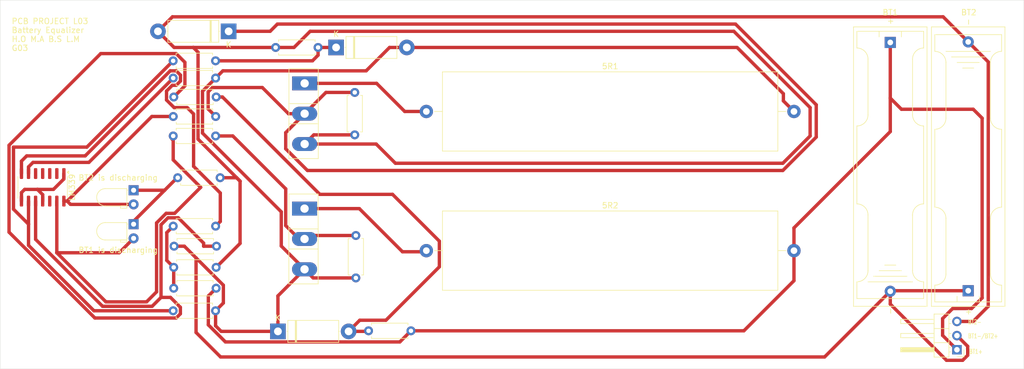
<source format=kicad_pcb>
(kicad_pcb (version 20240108) (generator "pcbnew") (generator_version "8.0")
  (layers (0 "F.Cu" signal) (31 "B.Cu" signal) (34 "B.Paste" user) (35 "F.Paste" user) (36 "B.SilkS" user "B.Silkscreen") (37 "F.SilkS" user "F.Silkscreen") (38 "B.Mask" user) (39 "F.Mask" user) (44 "Edge.Cuts" user))
  (net 0 "")
  (net 1 "Net-(BT1--)")
  (net 2 "Net-(Q1-D)")
  (net 3 "Net-(BT1-+)")
  (net 4 "Net-(Q2-D)")
  (net 5 "GND")
  (net 6 "Net-(D1-K)")
  (net 7 "Net-(D2-A)")
  (net 8 "Net-(D3-K)")
  (net 9 "Net-(D5-A)")
  (net 10 "Net-(U1A--)")
  (net 11 "Net-(U3A-+)")
  (net 12 "Net-(U2A-+)")
  (net 13 "Net-(U2A--)")
  (net 14 "Net-(D4-A)")
  (net 15 "Net-(Q2-G)")
  (net 17 "Net-(LM339-Pad1)")
  (net 22 "Net-(R1-Pad1)")
  (net 23 "Net-(D4-K)")
  (footprint "Resistor_THT:R_Axial_DIN0207_L6.3mm_D2.5mm_P7.62mm_Horizontal" (layer "F.Cu") (at 116.48 87)
    (property "Reference" "R9" (hide yes))
    (property "Value" "100k")
    (pad "1" thru_hole circle (at 0 0) (size 1.6 1.6) (drill 0.8) (layers "*.Cu" "*.Mask") (net 7 "Net-(D2-A)"))
    (pad "2" thru_hole oval (at 7.62 0) (size 1.6 1.6) (drill 0.8) (layers "*.Cu" "*.Mask") (net 3 "Net-(BT1-+)"))
  )
  (footprint "Resistor_THT:R_Axial_Power_L60.0mm_W14.0mm_P66.04mm" (layer "F.Cu") (at 126.86 72.6)
    (property "Reference" "5R2" (at 33.02 -8.12 0) (layer "F.SilkS"))
    (property "Value" "50W")
    (pad "1" thru_hole circle (at 0 0) (size 2.4 2.4) (drill 1.2) (layers "*.Cu" "*.Mask") (net 4 "Net-(Q2-D)"))
    (pad "2" thru_hole oval (at 66.04 0) (size 2.4 2.4) (drill 1.2) (layers "*.Cu" "*.Mask") (net 3 "Net-(BT1-+)"))
  )
  (footprint "Resistor_THT:R_Axial_DIN0207_L6.3mm_D2.5mm_P7.62mm_Horizontal" (layer "F.Cu") (at 114 51.8 90)
    (property "Reference" "R5" (hide yes))
    (property "Value" "1M")
    (pad "1" thru_hole circle (at 0 0 90) (size 1.6 1.6) (drill 0.8) (layers "*.Cu" "*.Mask") (net 5 "GND"))
    (pad "2" thru_hole oval (at 7.62 0 90) (size 1.6 1.6) (drill 0.8) (layers "*.Cu" "*.Mask") (net 6 "Net-(D1-K)"))
  )
  (footprint "Battery:BatteryHolder_Keystone_2466_1xAAA" (layer "F.Cu") (at 224.2 79.8 90)
    (property "Reference" "BT2" (at 50 0.1 0) (layer "F.SilkS"))
    (property "Value" "Battery_Cell")
    (fp_text user "+" (at -3.81 0 -90) (layer "F.SilkS"))
    (fp_text user "-" (at 48.26 0 -90) (layer "F.SilkS"))
    (pad "1" thru_hole rect (at 0 0 90) (size 2 2) (drill 1.02) (layers "*.Cu" "*.Mask") (net 1 "Net-(BT1--)"))
    (pad "2" thru_hole circle (at 44.7 0 90) (size 2 2) (drill 1.02) (layers "*.Cu" "*.Mask") (net 5 "GND"))
  )
  (footprint "LED_THT:LED_D3.0mm_Horizontal_O1.27mm_Z2.0mm" (layer "F.Cu") (at 74.275 61.75 -90)
    (property "Reference" "BT2 is discharging" (at -2.25 2.775 180) (layer "F.SilkS"))
    (property "Value" "LED")
    (pad "1" thru_hole rect (at 0 0 270) (size 1.8 1.8) (drill 0.9) (layers "*.Cu" "*.Mask") (net 23 "Net-(D4-K)"))
    (pad "2" thru_hole circle (at 2.54 0 270) (size 1.8 1.8) (drill 0.9) (layers "*.Cu" "*.Mask") (net 14 "Net-(D4-A)"))
  )
  (footprint "Resistor_THT:R_Axial_DIN0207_L6.3mm_D2.5mm_P7.62mm_Horizontal" (layer "F.Cu") (at 81.38 83.4)
    (property "Reference" "R8" (hide yes))
    (property "Value" "51")
    (pad "1" thru_hole circle (at 0 0) (size 1.6 1.6) (drill 0.8) (layers "*.Cu" "*.Mask") (net 11 "Net-(U3A-+)"))
    (pad "2" thru_hole oval (at 7.62 0) (size 1.6 1.6) (drill 0.8) (layers "*.Cu" "*.Mask") (net 1 "Net-(BT1--)"))
  )
  (footprint "Resistor_THT:R_Axial_Power_L60.0mm_W14.0mm_P66.04mm" (layer "F.Cu") (at 126.86 47.6)
    (property "Reference" "5R1" (at 33.02 -8.12 0) (layer "F.SilkS"))
    (property "Value" "50W")
    (pad "1" thru_hole circle (at 0 0) (size 2.4 2.4) (drill 1.2) (layers "*.Cu" "*.Mask") (net 2 "Net-(Q1-D)"))
    (pad "2" thru_hole oval (at 66.04 0) (size 2.4 2.4) (drill 1.2) (layers "*.Cu" "*.Mask") (net 1 "Net-(BT1--)"))
  )
  (footprint "LED_THT:LED_D3.0mm_Horizontal_O1.27mm_Z2.0mm" (layer "F.Cu") (at 74.275 67.85 -90)
    (property "Reference" "BT1 is discharging" (at 4.65 2.775 180) (layer "F.SilkS"))
    (property "Value" "LED")
    (pad "1" thru_hole rect (at 0 0 270) (size 1.8 1.8) (drill 0.9) (layers "*.Cu" "*.Mask") (net 23 "Net-(D4-K)"))
    (pad "2" thru_hole circle (at 2.54 0 270) (size 1.8 1.8) (drill 0.9) (layers "*.Cu" "*.Mask") (net 9 "Net-(D5-A)"))
  )
  (footprint "Resistor_THT:R_Axial_DIN0207_L6.3mm_D2.5mm_P7.62mm_Horizontal" (layer "F.Cu") (at 81.4 48.5)
    (property "Reference" "R15" (hide yes))
    (property "Value" "10k")
    (pad "1" thru_hole circle (at 0 0) (size 1.6 1.6) (drill 0.8) (layers "*.Cu" "*.Mask") (net 14 "Net-(D4-A)"))
    (pad "2" thru_hole oval (at 7.62 0) (size 1.6 1.6) (drill 0.8) (layers "*.Cu" "*.Mask") (net 6 "Net-(D1-K)"))
  )
  (footprint "Resistor_THT:R_Axial_DIN0207_L6.3mm_D2.5mm_P7.62mm_Horizontal" (layer "F.Cu") (at 82.2 59.5)
    (property "Reference" "R3" (hide yes))
    (property "Value" "10k")
    (pad "1" thru_hole circle (at 0 0) (size 1.6 1.6) (drill 0.8) (layers "*.Cu" "*.Mask") (net 23 "Net-(D4-K)"))
    (pad "2" thru_hole oval (at 7.62 0) (size 1.6 1.6) (drill 0.8) (layers "*.Cu" "*.Mask") (net 5 "GND"))
  )
  (footprint "Resistor_THT:R_Axial_DIN0207_L6.3mm_D2.5mm_P7.62mm_Horizontal" (layer "F.Cu") (at 89.1 75.6 180)
    (property "Reference" "R2" (hide yes))
    (property "Value" "20k")
    (pad "1" thru_hole circle (at 0 0 180) (size 1.6 1.6) (drill 0.8) (layers "*.Cu" "*.Mask") (net 5 "GND"))
    (pad "2" thru_hole oval (at 7.62 0 180) (size 1.6 1.6) (drill 0.8) (layers "*.Cu" "*.Mask") (net 22 "Net-(R1-Pad1)"))
  )
  (footprint "Resistor_THT:R_Axial_DIN0207_L6.3mm_D2.5mm_P7.62mm_Horizontal" (layer "F.Cu") (at 89.01 68.2 180)
    (property "Reference" "R13" (hide yes))
    (property "Value" "10k")
    (pad "1" thru_hole circle (at 0 0 180) (size 1.6 1.6) (drill 0.8) (layers "*.Cu" "*.Mask") (net 12 "Net-(U2A-+)"))
    (pad "2" thru_hole oval (at 7.62 0 180) (size 1.6 1.6) (drill 0.8) (layers "*.Cu" "*.Mask") (net 22 "Net-(R1-Pad1)"))
  )
  (footprint "Package_SO:SOIC-14_3.9x8.7mm_P1.27mm" (layer "F.Cu") (at 57.94 61.225 -90)
    (property "Reference" "LM339" (at 0 -5.28 90) (layer "F.SilkS"))
    (property "Value" "~")
    (pad "1" smd roundrect (at -2.475 -3.81 270) (size 1.95 0.6) (layers "F.Cu" "F.Paste" "F.Mask") (net 17 "Net-(LM339-Pad1)"))
    (pad "2" smd roundrect (at -2.475 -2.54 270) (size 1.95 0.6) (layers "F.Cu" "F.Paste" "F.Mask"))
    (pad "3" smd roundrect (at -2.475 -1.27 270) (size 1.95 0.6) (layers "F.Cu" "F.Paste" "F.Mask"))
    (pad "4" smd roundrect (at -2.475 0 270) (size 1.95 0.6) (layers "F.Cu" "F.Paste" "F.Mask"))
    (pad "5" smd roundrect (at -2.475 1.27 270) (size 1.95 0.6) (layers "F.Cu" "F.Paste" "F.Mask"))
    (pad "6" smd roundrect (at -2.475 2.54 270) (size 1.95 0.6) (layers "F.Cu" "F.Paste" "F.Mask") (net 13 "Net-(U2A--)"))
    (pad "7" smd roundrect (at -2.475 3.81 270) (size 1.95 0.6) (layers "F.Cu" "F.Paste" "F.Mask") (net 12 "Net-(U2A-+)"))
    (pad "8" smd roundrect (at 2.475 3.81 270) (size 1.95 0.6) (layers "F.Cu" "F.Paste" "F.Mask") (net 17 "Net-(LM339-Pad1)"))
    (pad "9" smd roundrect (at 2.475 2.54 270) (size 1.95 0.6) (layers "F.Cu" "F.Paste" "F.Mask") (net 11 "Net-(U3A-+)"))
    (pad "10" smd roundrect (at 2.475 1.27 270) (size 1.95 0.6) (layers "F.Cu" "F.Paste" "F.Mask") (net 10 "Net-(U1A--)"))
    (pad "11" smd roundrect (at 2.475 0 270) (size 1.95 0.6) (layers "F.Cu" "F.Paste" "F.Mask") (net 17 "Net-(LM339-Pad1)"))
    (pad "12" smd roundrect (at 2.475 -1.27 270) (size 1.95 0.6) (layers "F.Cu" "F.Paste" "F.Mask"))
    (pad "13" smd roundrect (at 2.475 -2.54 270) (size 1.95 0.6) (layers "F.Cu" "F.Paste" "F.Mask") (net 9 "Net-(D5-A)"))
    (pad "14" smd roundrect (at 2.475 -3.81 270) (size 1.95 0.6) (layers "F.Cu" "F.Paste" "F.Mask") (net 14 "Net-(D4-A)"))
  )
  (footprint "Diode_THT:D_5W_P12.70mm_Horizontal" (layer "F.Cu") (at 91.35 33.2 180)
    (property "Reference" "D1" (hide yes))
    (property "Value" "D_Schottky")
    (fp_text user "K" (at 0 -2.4 180) (layer "F.SilkS"))
    (pad "1" thru_hole rect (at 0 0 180) (size 2.8 2.8) (drill 1.4) (layers "*.Cu" "*.Mask") (net 6 "Net-(D1-K)"))
    (pad "2" thru_hole oval (at 12.7 0 180) (size 2.8 2.8) (drill 1.4) (layers "*.Cu" "*.Mask") (net 5 "GND"))
  )
  (footprint "Package_TO_SOT_THT:TO-247-3_Vertical" (layer "F.Cu") (at 104.98 65.05 -90)
    (property "Reference" "Q2" (hide yes))
    (property "Value" "NMOS")
    (pad "1" thru_hole rect (at 0 0 270) (size 2.5 4.5) (drill 1.5) (layers "*.Cu" "*.Mask") (net 4 "Net-(Q2-D)"))
    (pad "2" thru_hole oval (at 5.45 0 270) (size 2.5 4.5) (drill 1.5) (layers "*.Cu" "*.Mask") (net 15 "Net-(Q2-G)"))
    (pad "3" thru_hole oval (at 10.9 0 270) (size 2.5 4.5) (drill 1.5) (layers "*.Cu" "*.Mask") (net 1 "Net-(BT1--)"))
  )
  (footprint "Connector_PinHeader_2.54mm:PinHeader_1x03_P2.54mm_Horizontal" (layer "F.Cu") (at 222.175 90.4 180)
    (property "Reference" "J1" (hide yes))
    (property "Value" "Conn_01x03_Pin" (hide yes))
    (pad "1" thru_hole rect (at 0 0 180) (size 1.7 1.7) (drill 1) (layers "*.Cu" "*.Mask") (net 3 "Net-(BT1-+)"))
    (pad "2" thru_hole oval (at 0 2.54 180) (size 1.7 1.7) (drill 1) (layers "*.Cu" "*.Mask") (net 1 "Net-(BT1--)"))
    (pad "3" thru_hole oval (at 0 5.08 180) (size 1.7 1.7) (drill 1) (layers "*.Cu" "*.Mask") (net 5 "GND"))
  )
  (footprint "Resistor_THT:R_Axial_DIN0207_L6.3mm_D2.5mm_P7.62mm_Horizontal" (layer "F.Cu") (at 81.49 45)
    (property "Reference" "R7" (hide yes))
    (property "Value" "31k")
    (pad "1" thru_hole circle (at 0 0) (size 1.6 1.6) (drill 0.8) (layers "*.Cu" "*.Mask") (net 10 "Net-(U1A--)"))
    (pad "2" thru_hole oval (at 7.62 0) (size 1.6 1.6) (drill 0.8) (layers "*.Cu" "*.Mask") (net 7 "Net-(D2-A)"))
  )
  (footprint "Resistor_THT:R_Axial_DIN0207_L6.3mm_D2.5mm_P7.62mm_Horizontal" (layer "F.Cu") (at 81.54 71.8)
    (property "Reference" "R11" (hide yes))
    (property "Value" "51")
    (pad "1" thru_hole circle (at 0 0) (size 1.6 1.6) (drill 0.8) (layers "*.Cu" "*.Mask") (net 1 "Net-(BT1--)"))
    (pad "2" thru_hole oval (at 7.62 0) (size 1.6 1.6) (drill 0.8) (layers "*.Cu" "*.Mask") (net 10 "Net-(U1A--)"))
  )
  (footprint "Resistor_THT:R_Axial_DIN0207_L6.3mm_D2.5mm_P7.62mm_Horizontal" (layer "F.Cu") (at 81.39 41.6)
    (property "Reference" "R14" (hide yes))
    (property "Value" "10k")
    (pad "1" thru_hole circle (at 0 0) (size 1.6 1.6) (drill 0.8) (layers "*.Cu" "*.Mask") (net 13 "Net-(U2A--)"))
    (pad "2" thru_hole oval (at 7.62 0) (size 1.6 1.6) (drill 0.8) (layers "*.Cu" "*.Mask") (net 1 "Net-(BT1--)"))
  )
  (footprint "Resistor_THT:R_Axial_DIN0207_L6.3mm_D2.5mm_P7.62mm_Horizontal" (layer "F.Cu") (at 89 38.5 180)
    (property "Reference" "R12" (hide yes))
    (property "Value" "31k")
    (pad "1" thru_hole circle (at 0 0 180) (size 1.6 1.6) (drill 0.8) (layers "*.Cu" "*.Mask") (net 8 "Net-(D3-K)"))
    (pad "2" thru_hole oval (at 7.62 0 180) (size 1.6 1.6) (drill 0.8) (layers "*.Cu" "*.Mask") (net 11 "Net-(U3A-+)"))
  )
  (footprint "Diode_THT:D_5W_P12.70mm_Horizontal" (layer "F.Cu") (at 110.65 36.1)
    (property "Reference" "D3" (hide yes))
    (property "Value" "D")
    (fp_text user "K" (at 0 -2.4 0) (layer "F.SilkS"))
    (pad "1" thru_hole rect (at 0 0) (size 2.8 2.8) (drill 1.4) (layers "*.Cu" "*.Mask") (net 8 "Net-(D3-K)"))
    (pad "2" thru_hole oval (at 12.7 0) (size 2.8 2.8) (drill 1.4) (layers "*.Cu" "*.Mask") (net 1 "Net-(BT1--)"))
  )
  (footprint "Resistor_THT:R_Axial_DIN0207_L6.3mm_D2.5mm_P7.62mm_Horizontal" (layer "F.Cu") (at 81.48 79.35)
    (property "Reference" "R1" (hide yes))
    (property "Value" "20k")
    (pad "1" thru_hole circle (at 0 0) (size 1.6 1.6) (drill 0.8) (layers "*.Cu" "*.Mask") (net 22 "Net-(R1-Pad1)"))
    (pad "2" thru_hole oval (at 7.62 0) (size 1.6 1.6) (drill 0.8) (layers "*.Cu" "*.Mask") (net 3 "Net-(BT1-+)"))
  )
  (footprint "Diode_THT:D_5W_P12.70mm_Horizontal" (layer "F.Cu") (at 100.2 87.1)
    (property "Reference" "D2" (hide yes))
    (property "Value" "D")
    (fp_text user "K" (at 0 -2.4 0) (layer "F.SilkS"))
    (pad "1" thru_hole rect (at 0 0) (size 2.8 2.8) (drill 1.4) (layers "*.Cu" "*.Mask") (net 1 "Net-(BT1--)"))
    (pad "2" thru_hole oval (at 12.7 0) (size 2.8 2.8) (drill 1.4) (layers "*.Cu" "*.Mask") (net 7 "Net-(D2-A)"))
  )
  (footprint "Resistor_THT:R_Axial_DIN0207_L6.3mm_D2.5mm_P7.62mm_Horizontal" (layer "F.Cu") (at 99.79 36.1)
    (property "Reference" "R10" (hide yes))
    (property "Value" "100k")
    (pad "1" thru_hole circle (at 0 0) (size 1.6 1.6) (drill 0.8) (layers "*.Cu" "*.Mask") (net 5 "GND"))
    (pad "2" thru_hole oval (at 7.62 0) (size 1.6 1.6) (drill 0.8) (layers "*.Cu" "*.Mask") (net 8 "Net-(D3-K)"))
  )
  (footprint "Resistor_THT:R_Axial_DIN0207_L6.3mm_D2.5mm_P7.62mm_Horizontal" (layer "F.Cu") (at 81.39 52)
    (property "Reference" "R6" (hide yes))
    (property "Value" "10k")
    (pad "1" thru_hole circle (at 0 0) (size 1.6 1.6) (drill 0.8) (layers "*.Cu" "*.Mask") (net 9 "Net-(D5-A)"))
    (pad "2" thru_hole oval (at 7.62 0) (size 1.6 1.6) (drill 0.8) (layers "*.Cu" "*.Mask") (net 15 "Net-(Q2-G)"))
  )
  (footprint "Resistor_THT:R_Axial_DIN0207_L6.3mm_D2.5mm_P7.62mm_Horizontal" (layer "F.Cu") (at 114.2 77.5 90)
    (property "Reference" "R4" (hide yes))
    (property "Value" "1M")
    (pad "1" thru_hole circle (at 0 0 90) (size 1.6 1.6) (drill 0.8) (layers "*.Cu" "*.Mask") (net 1 "Net-(BT1--)"))
    (pad "2" thru_hole oval (at 7.62 0 90) (size 1.6 1.6) (drill 0.8) (layers "*.Cu" "*.Mask") (net 15 "Net-(Q2-G)"))
  )
  (footprint "Battery:BatteryHolder_Keystone_2466_1xAAA" (layer "F.Cu") (at 210.2 35.2 -90)
    (property "Reference" "BT1" (at -5.4 0 180) (layer "F.SilkS"))
    (property "Value" "Battery_Cell")
    (fp_text user "-" (at 48.26 0 90) (layer "F.SilkS"))
    (fp_text user "+" (at -3.81 0 90) (layer "F.SilkS"))
    (pad "1" thru_hole rect (at 0 0 270) (size 2 2) (drill 1.02) (layers "*.Cu" "*.Mask") (net 3 "Net-(BT1-+)"))
    (pad "2" thru_hole circle (at 44.7 0 270) (size 2 2) (drill 1.02) (layers "*.Cu" "*.Mask") (net 1 "Net-(BT1--)"))
  )
  (footprint "Package_TO_SOT_THT:TO-247-3_Vertical" (layer "F.Cu") (at 105 42.55 -90)
    (property "Reference" "Q1" (hide yes))
    (property "Value" "NMOS")
    (pad "1" thru_hole rect (at 0 0 270) (size 2.5 4.5) (drill 1.5) (layers "*.Cu" "*.Mask") (net 2 "Net-(Q1-D)"))
    (pad "2" thru_hole oval (at 5.45 0 270) (size 2.5 4.5) (drill 1.5) (layers "*.Cu" "*.Mask") (net 6 "Net-(D1-K)"))
    (pad "3" thru_hole oval (at 10.9 0 270) (size 2.5 4.5) (drill 1.5) (layers "*.Cu" "*.Mask") (net 5 "GND"))
  )
  (gr_rect (start 50.3 27.6) (end 234.2 93.8) (stroke (width 0.05)) (fill none) (layer "Edge.Cuts"))
  (gr_text "BT1-/BT2+\n\n" (at 224.1 89.7 0) (layer "F.SilkS") (effects (font (size 0.8 0.6) (thickness 0.125)) (justify left bottom)))
  (gr_text "BT2-" (at 224.1 85.9 0) (layer "F.SilkS") (effects (font (size 0.8 0.6) (thickness 0.125)) (justify left bottom)))
  (gr_text "BT1+\n" (at 224.3 91.2 0) (layer "F.SilkS") (effects (font (size 0.8 0.6) (thickness 0.125)) (justify left bottom)))
  (gr_text "PCB PROJECT L03\nBattery Equalizer\nH.O M.A B.S L.M\nG03\n" (at 52.3 36.8 0) (layer "F.SilkS") (effects (font (size 1 1)) (justify left bottom)))
  (segment (start 89.9 91.7) (end 198.4 91.7) (width 0.6) (layer "F.Cu") (net 1))
  (segment (start 222.175 87.86) (end 224.1 89.785) (width 0.6) (layer "F.Cu") (net 1))
  (segment (start 85.494239 87.294239) (end 89.9 91.7) (width 0.6) (layer "F.Cu") (net 1))
  (segment (start 90.4 78.811522) (end 90.4 82) (width 0.6) (layer "F.Cu") (net 1))
  (segment (start 85.494239 73.905761) (end 85.494239 87.294239) (width 0.6) (layer "F.Cu") (net 1))
  (segment (start 90.4 82) (end 89 83.4) (width 0.6) (layer "F.Cu") (net 1))
  (segment (start 114.2 77.5) (end 106.53 77.5) (width 0.6) (layer "F.Cu") (net 1))
  (segment (start 100.2 80.73) (end 104.98 75.95) (width 0.6) (layer "F.Cu") (net 1))
  (segment (start 89.01 41.6) (end 90.31 40.3) (width 0.6) (layer "F.Cu") (net 1))
  (segment (start 120.25 36.1) (end 123.35 36.1) (width 0.6) (layer "F.Cu") (net 1))
  (segment (start 210.2 82.2) (end 210.2 79.9) (width 0.6) (layer "F.Cu") (net 1))
  (segment (start 90.31 40.3) (end 116.05 40.3) (width 0.6) (layer "F.Cu") (net 1))
  (segment (start 182.785 36.2) (end 191 44.415) (width 0.6) (layer "F.Cu") (net 1))
  (segment (start 100.8 71.77) (end 100.8 65.628478) (width 0.6) (layer "F.Cu") (net 1))
  (segment (start 224.1 91.4) (end 223.2 92.3) (width 0.6) (layer "F.Cu") (net 1))
  (segment (start 224.1 89.785) (end 224.1 91.4) (width 0.6) (layer "F.Cu") (net 1))
  (segment (start 90 87.1) (end 100.2 87.1) (width 0.6) (layer "F.Cu") (net 1))
  (segment (start 85.494239 73.905761) (end 90.4 78.811522) (width 0.6) (layer "F.Cu") (net 1))
  (segment (start 89 83.4) (end 89 86.1) (width 0.6) (layer "F.Cu") (net 1))
  (segment (start 83.388478 71.8) (end 85.494239 73.905761) (width 0.6) (layer "F.Cu") (net 1))
  (segment (start 191 45.7) (end 192.9 47.6) (width 0.6) (layer "F.Cu") (net 1))
  (segment (start 116.05 40.3) (end 120.25 36.1) (width 0.6) (layer "F.Cu") (net 1))
  (segment (start 106.53 77.5) (end 104.98 75.95) (width 0.6) (layer "F.Cu") (net 1))
  (segment (start 100.8 65.628478) (end 86.65 51.478478) (width 0.6) (layer "F.Cu") (net 1))
  (segment (start 81.54 71.8) (end 83.388478 71.8) (width 0.6) (layer "F.Cu") (net 1))
  (segment (start 123.285 36.1) (end 182.685 36.1) (width 0.6) (layer "F.Cu") (net 1))
  (segment (start 86.65 51.478478) (end 86.65 43.96) (width 0.6) (layer "F.Cu") (net 1))
  (segment (start 100.2 87.1) (end 100.2 80.73) (width 0.6) (layer "F.Cu") (net 1))
  (segment (start 104.98 75.95) (end 100.8 71.77) (width 0.6) (layer "F.Cu") (net 1))
  (segment (start 220.3 92.3) (end 210.2 82.2) (width 0.6) (layer "F.Cu") (net 1))
  (segment (start 210.3 79.8) (end 210.2 79.9) (width 0.6) (layer "F.Cu") (net 1))
  (segment (start 86.65 43.96) (end 89.01 41.6) (width 0.6) (layer "F.Cu") (net 1))
  (segment (start 89 86.1) (end 90 87.1) (width 0.6) (layer "F.Cu") (net 1))
  (segment (start 223.2 92.3) (end 220.3 92.3) (width 0.6) (layer "F.Cu") (net 1))
  (segment (start 198.4 91.7) (end 210.2 79.9) (width 0.6) (layer "F.Cu") (net 1))
  (segment (start 123.085 36.3) (end 123.285 36.1) (width 0.6) (layer "F.Cu") (net 1))
  (segment (start 224.2 79.8) (end 210.3 79.8) (width 0.6) (layer "F.Cu") (net 1))
  (segment (start 191 44.415) (end 191 45.7) (width 0.6) (layer "F.Cu") (net 1))
  (segment (start 122.975 47.6) (end 117.925 42.55) (width 0.6) (layer "F.Cu") (net 2))
  (segment (start 126.86 47.6) (end 122.975 47.6) (width 0.6) (layer "F.Cu") (net 2))
  (segment (start 117.925 42.55) (end 105 42.55) (width 0.6) (layer "F.Cu") (net 2))
  (segment (start 225.1 47.2) (end 226.7 48.8) (width 0.6) (layer "F.Cu") (net 3))
  (segment (start 183.9 87) (end 192.9 78) (width 0.6) (layer "F.Cu") (net 3))
  (segment (start 90.768629 89) (end 122.1 89) (width 0.6) (layer "F.Cu") (net 3))
  (segment (start 212.2 47.2) (end 225.1 47.2) (width 0.6) (layer "F.Cu") (net 3))
  (segment (start 89.1 79.35) (end 87.7 80.75) (width 0.6) (layer "F.Cu") (net 3))
  (segment (start 224.8 83) (end 221.4 83) (width 0.6) (layer "F.Cu") (net 3))
  (segment (start 226.7 48.8) (end 226.7 81.1) (width 0.6) (layer "F.Cu") (net 3))
  (segment (start 192.9 68.515) (end 210.2 51.215) (width 0.6) (layer "F.Cu") (net 3))
  (segment (start 87.7 85.931371) (end 90.768629 89) (width 0.6) (layer "F.Cu") (net 3))
  (segment (start 210.2 45.2) (end 212.2 47.2) (width 0.6) (layer "F.Cu") (net 3))
  (segment (start 219.6 84.8) (end 219.6 87.825) (width 0.6) (layer "F.Cu") (net 3))
  (segment (start 210.2 45.2) (end 210.2 35.2) (width 0.6) (layer "F.Cu") (net 3))
  (segment (start 221.4 83) (end 219.6 84.8) (width 0.6) (layer "F.Cu") (net 3))
  (segment (start 87.7 80.75) (end 87.7 85.931371) (width 0.6) (layer "F.Cu") (net 3))
  (segment (start 226.7 81.1) (end 224.8 83) (width 0.6) (layer "F.Cu") (net 3))
  (segment (start 219.6 87.825) (end 222.175 90.4) (width 0.6) (layer "F.Cu") (net 3))
  (segment (start 122.1 89) (end 124.1 87) (width 0.6) (layer "F.Cu") (net 3))
  (segment (start 124.1 87) (end 183.9 87) (width 0.6) (layer "F.Cu") (net 3))
  (segment (start 192.9 78) (end 192.9 68.515) (width 0.6) (layer "F.Cu") (net 3))
  (segment (start 210.2 51.215) (end 210.2 45.2) (width 0.6) (layer "F.Cu") (net 3))
  (segment (start 122.575 72.8) (end 126.66 72.8) (width 0.6) (layer "F.Cu") (net 4))
  (segment (start 114.825 65.05) (end 122.575 72.8) (width 0.6) (layer "F.Cu") (net 4))
  (segment (start 126.66 72.8) (end 126.86 72.6) (width 0.6) (layer "F.Cu") (net 4))
  (segment (start 104.98 65.05) (end 114.825 65.05) (width 0.6) (layer "F.Cu") (net 4))
  (segment (start 190.9 56.9) (end 195.8 52) (width 0.6) (layer "F.Cu") (net 5))
  (segment (start 195.8 46.9) (end 182.1 33.2) (width 0.6) (layer "F.Cu") (net 5))
  (segment (start 99.79 36.1) (end 85 36.1) (width 0.6) (layer "F.Cu") (net 5))
  (segment (start 85.85 52.566606) (end 85.85 36.95) (width 0.6) (layer "F.Cu") (net 5))
  (segment (start 93.4 71.3) (end 89.1 75.6) (width 0.6) (layer "F.Cu") (net 5))
  (segment (start 227.8 82.6) (end 225.08 85.32) (width 0.6) (layer "F.Cu") (net 5))
  (segment (start 85.85 36.95) (end 85 36.1) (width 0.6) (layer "F.Cu") (net 5))
  (segment (start 103.09 36.1) (end 99.79 36.1) (width 0.6) (layer "F.Cu") (net 5))
  (segment (start 105 53.45) (end 117.85 53.45) (width 0.6) (layer "F.Cu") (net 5))
  (segment (start 114 51.8) (end 106.65 51.8) (width 0.6) (layer "F.Cu") (net 5))
  (segment (start 93.4 60.116606) (end 93.4 71.3) (width 0.6) (layer "F.Cu") (net 5))
  (segment (start 106.65 51.8) (end 105 53.45) (width 0.6) (layer "F.Cu") (net 5))
  (segment (start 81.55 36.1) (end 78.65 33.2) (width 0.6) (layer "F.Cu") (net 5))
  (segment (start 81.25 30.6) (end 219.7 30.6) (width 0.6) (layer "F.Cu") (net 5))
  (segment (start 92.783394 59.5) (end 93.4 60.116606) (width 0.6) (layer "F.Cu") (net 5))
  (segment (start 225.08 85.32) (end 222.175 85.32) (width 0.6) (layer "F.Cu") (net 5))
  (segment (start 219.7 30.6) (end 224.2 35.1) (width 0.6) (layer "F.Cu") (net 5))
  (segment (start 78.65 33.2) (end 81.25 30.6) (width 0.6) (layer "F.Cu") (net 5))
  (segment (start 89.82 59.5) (end 92.783394 59.5) (width 0.6) (layer "F.Cu") (net 5))
  (segment (start 182.1 33.2) (end 105.99 33.2) (width 0.6) (layer "F.Cu") (net 5))
  (segment (start 85 36.1) (end 81.55 36.1) (width 0.6) (layer "F.Cu") (net 5))
  (segment (start 93.4 60.116606) (end 85.85 52.566606) (width 0.6) (layer "F.Cu") (net 5))
  (segment (start 227.8 38.7) (end 227.8 82.6) (width 0.6) (layer "F.Cu") (net 5))
  (segment (start 105.99 33.2) (end 103.09 36.1) (width 0.6) (layer "F.Cu") (net 5))
  (segment (start 195.8 52) (end 195.8 46.9) (width 0.6) (layer "F.Cu") (net 5))
  (segment (start 121.3 56.9) (end 190.9 56.9) (width 0.6) (layer "F.Cu") (net 5))
  (segment (start 117.85 53.45) (end 121.3 56.9) (width 0.6) (layer "F.Cu") (net 5))
  (segment (start 224.2 35.1) (end 227.8 38.7) (width 0.6) (layer "F.Cu") (net 5))
  (segment (start 108.82 44.18) (end 105 48) (width 0.6) (layer "F.Cu") (net 6))
  (segment (start 101.6 51.4) (end 101.6 54.3) (width 0.6) (layer "F.Cu") (net 6))
  (segment (start 88.44137 43.3) (end 97.4 43.3) (width 0.6) (layer "F.Cu") (net 6))
  (segment (start 89.02 48.5) (end 87.670685 47.150685) (width 0.6) (layer "F.Cu") (net 6))
  (segment (start 105.5 58.2) (end 190.9 58.2) (width 0.6) (layer "F.Cu") (net 6))
  (segment (start 87.670685 44.070685) (end 88.44137 43.3) (width 0.6) (layer "F.Cu") (net 6))
  (segment (start 114 44.18) (end 108.82 44.18) (width 0.6) (layer "F.Cu") (net 6))
  (segment (start 87.670685 47.150685) (end 87.670685 44.070685) (width 0.6) (layer "F.Cu") (net 6))
  (segment (start 105 48) (end 101.6 51.4) (width 0.6) (layer "F.Cu") (net 6))
  (segment (start 190.9 58.2) (end 196.9 52.2) (width 0.6) (layer "F.Cu") (net 6))
  (segment (start 97.4 43.3) (end 102.1 48) (width 0.6) (layer "F.Cu") (net 6))
  (segment (start 98.8 33.2) (end 91.35 33.2) (width 0.6) (layer "F.Cu") (net 6))
  (segment (start 100.1 31.9) (end 98.8 33.2) (width 0.6) (layer "F.Cu") (net 6))
  (segment (start 182.4 31.9) (end 100.1 31.9) (width 0.6) (layer "F.Cu") (net 6))
  (segment (start 196.9 46.4) (end 182.4 31.9) (width 0.6) (layer "F.Cu") (net 6))
  (segment (start 102.1 48) (end 105 48) (width 0.6) (layer "F.Cu") (net 6))
  (segment (start 101.6 54.3) (end 105.5 58.2) (width 0.6) (layer "F.Cu") (net 6))
  (segment (start 196.9 52.2) (end 196.9 46.4) (width 0.6) (layer "F.Cu") (net 6))
  (segment (start 90.24137 45) (end 107.73 62.48863) (width 0.6) (layer "F.Cu") (net 7))
  (segment (start 89.11 45) (end 90.24137 45) (width 0.6) (layer "F.Cu") (net 7))
  (segment (start 129.2 75.5) (end 119.6 85.1) (width 0.6) (layer "F.Cu") (net 7))
  (segment (start 107.73 62.48863) (end 120.78863 62.48863) (width 0.6) (layer "F.Cu") (net 7))
  (segment (start 120.78863 62.48863) (end 129.2 70.9) (width 0.6) (layer "F.Cu") (net 7))
  (segment (start 114.9 85.1) (end 112.9 87.1) (width 0.6) (layer "F.Cu") (net 7))
  (segment (start 116.38 87.1) (end 116.48 87) (width 0.6) (layer "F.Cu") (net 7))
  (segment (start 112.9 87.1) (end 116.38 87.1) (width 0.6) (layer "F.Cu") (net 7))
  (segment (start 119.6 85.1) (end 114.9 85.1) (width 0.6) (layer "F.Cu") (net 7))
  (segment (start 129.2 70.9) (end 129.2 75.5) (width 0.6) (layer "F.Cu") (net 7))
  (segment (start 107.41 37.49) (end 107.41 36.1) (width 0.6) (layer "F.Cu") (net 8))
  (segment (start 107.41 36.1) (end 110.65 36.1) (width 0.6) (layer "F.Cu") (net 8))
  (segment (start 110.55 36.2) (end 110.65 36.1) (width 0.6) (layer "F.Cu") (net 8))
  (segment (start 106.4 38.5) (end 107.41 37.49) (width 0.6) (layer "F.Cu") (net 8))
  (segment (start 89 38.5) (end 106.4 38.5) (width 0.6) (layer "F.Cu") (net 8))
  (segment (start 86.325 61.225) (end 81.65 65.9) (width 0.6) (layer "F.Cu") (net 9))
  (segment (start 60.48 72.98) (end 60.48 63.7) (width 0.6) (layer "F.Cu") (net 9))
  (segment (start 69.3 81.8) (end 60.48 72.98) (width 0.6) (layer "F.Cu") (net 9))
  (segment (start 80.118629 65.9) (end 78.4 67.618629) (width 0.6) (layer "F.Cu") (net 9))
  (segment (start 81 52.19) (end 81.19 52) (width 0.6) (layer "F.Cu") (net 9))
  (segment (start 78.4 67.618629) (end 78.4 80) (width 0.6) (layer "F.Cu") (net 9))
  (segment (start 81.19 52.6) (end 81.4 52.6) (width 0.6) (layer "F.Cu") (net 9))
  (segment (start 81.65 65.9) (end 80.118629 65.9) (width 0.6) (layer "F.Cu") (net 9))
  (segment (start 71.685 72.98) (end 60.48 72.98) (width 0.6) (layer "F.Cu") (net 9))
  (segment (start 76.6 81.8) (end 69.3 81.8) (width 0.6) (layer "F.Cu") (net 9))
  (segment (start 81.39 52) (end 81.39 56.29) (width 0.6) (layer "F.Cu") (net 9))
  (segment (start 81.39 56.29) (end 86.325 61.225) (width 0.6) (layer "F.Cu") (net 9))
  (segment (start 74.275 70.39) (end 71.685 72.98) (width 0.6) (layer "F.Cu") (net 9))
  (segment (start 78.4 80) (end 76.6 81.8) (width 0.6) (layer "F.Cu") (net 9))
  (segment (start 86.85137 71.25137) (end 82.3 66.7) (width 0.6) (layer "F.Cu") (net 10))
  (segment (start 79.2 81) (end 77.6 82.6) (width 0.6) (layer "F.Cu") (net 10))
  (segment (start 56.67 70.57) (end 56.67 63.7) (width 0.6) (layer "F.Cu") (net 10))
  (segment (start 80.9 81) (end 79.2 81) (width 0.6) (layer "F.Cu") (net 10))
  (segment (start 80.45 66.7) (end 79.2 67.95) (width 0.6) (layer "F.Cu") (net 10))
  (segment (start 68.7 82.6) (end 56.67 70.57) (width 0.6) (layer "F.Cu") (net 10))
  (segment (start 79.2 67.95) (end 79.2 81) (width 0.6) (layer "F.Cu") (net 10))
  (segment (start 77.6 82.6) (end 68.7 82.6) (width 0.6) (layer "F.Cu") (net 10))
  (segment (start 51.9 69.281371) (end 67.318629 84.7) (width 0.6) (layer "F.Cu") (net 10))
  (segment (start 82.68 83.938478) (end 82.68 82.78) (width 0.6) (layer "F.Cu") (net 10))
  (segment (start 89.16 71.8) (end 86.85137 71.8) (width 0.6) (layer "F.Cu") (net 10))
  (segment (start 82.3 66.7) (end 80.45 66.7) (width 0.6) (layer "F.Cu") (net 10))
  (segment (start 83.49 43) (end 83.49 38.771522) (width 0.6) (layer "F.Cu") (net 10))
  (segment (start 67.318629 84.7) (end 81.918478 84.7) (width 0.6) (layer "F.Cu") (net 10))
  (segment (start 82.68 82.78) (end 80.9 81) (width 0.6) (layer "F.Cu") (net 10))
  (segment (start 81.918478 37.2) (end 68.368629 37.2) (width 0.6) (layer "F.Cu") (net 10))
  (segment (start 83.49 38.771522) (end 81.918478 37.2) (width 0.6) (layer "F.Cu") (net 10))
  (segment (start 86.85137 71.8) (end 86.85137 71.25137) (width 0.6) (layer "F.Cu") (net 10))
  (segment (start 51.9 53.668629) (end 51.9 69.281371) (width 0.6) (layer "F.Cu") (net 10))
  (segment (start 81.49 45) (end 83.49 43) (width 0.6) (layer "F.Cu") (net 10))
  (segment (start 81.918478 84.7) (end 82.68 83.938478) (width 0.6) (layer "F.Cu") (net 10))
  (segment (start 68.368629 37.2) (end 51.9 53.668629) (width 0.6) (layer "F.Cu") (net 10))
  (segment (start 52.7 54) (end 52.7 65.15) (width 0.6) (layer "F.Cu") (net 11))
  (segment (start 55.4 67.85) (end 55.4 63.7) (width 0.6) (layer "F.Cu") (net 11))
  (segment (start 81.38 83.4) (end 67.15 83.4) (width 0.6) (layer "F.Cu") (net 11))
  (segment (start 81.38 38.5) (end 65.88 54) (width 0.6) (layer "F.Cu") (net 11))
  (segment (start 52.7 65.15) (end 55.4 67.85) (width 0.6) (layer "F.Cu") (net 11))
  (segment (start 65.88 54) (end 52.7 54) (width 0.6) (layer "F.Cu") (net 11))
  (segment (start 67.15 83.4) (end 55.4 71.65) (width 0.6) (layer "F.Cu") (net 11))
  (segment (start 55.4 71.65) (end 55.4 67.85) (width 0.6) (layer "F.Cu") (net 11))
  (segment (start 54.13 56.52) (end 55.067989 55.582011) (width 0.6) (layer "F.Cu") (net 12))
  (segment (start 81.551522 46.9) (end 83.9 46.9) (width 0.6) (layer "F.Cu") (net 12))
  (segment (start 81.928478 40.3) (end 82.69 41.061522) (width 0.6) (layer "F.Cu") (net 12))
  (segment (start 85.05 57.45) (end 89.85 62.25) (width 0.6) (layer "F.Cu") (net 12))
  (segment (start 80.851522 40.3) (end 81.928478 40.3) (width 0.6) (layer "F.Cu") (net 12))
  (segment (start 81.928478 42.9) (end 81.22137 42.9) (width 0.6) (layer "F.Cu") (net 12))
  (segment (start 82.69 42.138478) (end 81.928478 42.9) (width 0.6) (layer "F.Cu") (net 12))
  (segment (start 80.19 43.93137) (end 80.19 45.538478) (width 0.6) (layer "F.Cu") (net 12))
  (segment (start 81.22137 42.9) (end 80.19 43.93137) (width 0.6) (layer "F.Cu") (net 12))
  (segment (start 54.13 58.75) (end 54.13 56.52) (width 0.6) (layer "F.Cu") (net 12))
  (segment (start 80.19 45.538478) (end 81.551522 46.9) (width 0.6) (layer "F.Cu") (net 12))
  (segment (start 65.569511 55.582011) (end 80.851522 40.3) (width 0.6) (layer "F.Cu") (net 12))
  (segment (start 55.067989 55.582011) (end 65.569511 55.582011) (width 0.6) (layer "F.Cu") (net 12))
  (segment (start 89.85 67.36) (end 89.01 68.2) (width 0.6) (layer "F.Cu") (net 12))
  (segment (start 89.85 62.25) (end 89.85 67.36) (width 0.6) (layer "F.Cu") (net 12))
  (segment (start 83.9 46.9) (end 85.05 48.05) (width 0.6) (layer "F.Cu") (net 12))
  (segment (start 82.69 41.061522) (end 82.69 42.138478) (width 0.6) (layer "F.Cu") (net 12))
  (segment (start 85.05 48.05) (end 85.05 57.45) (width 0.6) (layer "F.Cu") (net 12))
  (segment (start 81.39 41.6) (end 66.24 56.75) (width 0.6) (layer "F.Cu") (net 13))
  (segment (start 55.4 57.55) (end 55.4 58.75) (width 0.6) (layer "F.Cu") (net 13))
  (segment (start 66.24 56.75) (end 56.2 56.75) (width 0.6) (layer "F.Cu") (net 13))
  (segment (start 56.2 56.75) (end 55.4 57.55) (width 0.6) (layer "F.Cu") (net 13))
  (segment (start 81.4 48.5) (end 77.55 48.5) (width 0.6) (layer "F.Cu") (net 14))
  (segment (start 77.55 48.5) (end 62.35 63.7) (width 0.6) (layer "F.Cu") (net 14))
  (segment (start 74.275 64.29) (end 62.94 64.29) (width 0.6) (layer "F.Cu") (net 14))
  (segment (start 62.94 64.29) (end 62.35 63.7) (width 0.6) (layer "F.Cu") (net 14))
  (segment (start 62.35 63.7) (end 61.75 63.7) (width 0.6) (layer "F.Cu") (net 14))
  (segment (start 104 70.5) (end 101.6 68.1) (width 0.6) (layer "F.Cu") (net 15))
  (segment (start 101.6 61.5) (end 92.1 52) (width 0.6) (layer "F.Cu") (net 15))
  (segment (start 104.98 70.5) (end 104 70.5) (width 0.6) (layer "F.Cu") (net 15))
  (segment (start 114.2 69.88) (end 105.6 69.88) (width 0.6) (layer "F.Cu") (net 15))
  (segment (start 101.6 68.1) (end 101.6 61.5) (width 0.6) (layer "F.Cu") (net 15))
  (segment (start 105.6 69.88) (end 104.98 70.5) (width 0.6) (layer "F.Cu") (net 15))
  (segment (start 92.1 52) (end 89.01 52) (width 0.6) (layer "F.Cu") (net 15))
  (segment (start 57.94 62.54) (end 57.94 63.7) (width 0.6) (layer "F.Cu") (net 17))
  (segment (start 61.75 59.724999) (end 61.75 58.75) (width 0.6) (layer "F.Cu") (net 17))
  (segment (start 57 61.6) (end 59.874999 61.6) (width 0.6) (layer "F.Cu") (net 17))
  (segment (start 54.13 63.7) (end 54.13 62.17) (width 0.6) (layer "F.Cu") (net 17))
  (segment (start 59.874999 61.6) (end 61.75 59.724999) (width 0.6) (layer "F.Cu") (net 17))
  (segment (start 57 61.6) (end 57.94 62.54) (width 0.6) (layer "F.Cu") (net 17))
  (segment (start 54.13 62.17) (end 54.7 61.6) (width 0.6) (layer "F.Cu") (net 17))
  (segment (start 54.7 61.6) (end 57 61.6) (width 0.6) (layer "F.Cu") (net 17))
  (segment (start 81.48 79.35) (end 81.48 75.6) (width 0.6) (layer "F.Cu") (net 22))
  (segment (start 80.24 69.35) (end 81.39 68.2) (width 0.6) (layer "F.Cu") (net 22))
  (segment (start 81.48 75.6) (end 80.24 74.36) (width 0.6) (layer "F.Cu") (net 22))
  (segment (start 80.24 74.36) (end 80.24 69.35) (width 0.6) (layer "F.Cu") (net 22))
  (segment (start 82.2 59.5) (end 82.1 59.5) (width 0.6) (layer "F.Cu") (net 23))
  (segment (start 82.1 59.5) (end 79.85 61.75) (width 0.6) (layer "F.Cu") (net 23))
  (segment (start 79.85 61.75) (end 74.275 61.75) (width 0.6) (layer "F.Cu") (net 23))
  (segment (start 74.275 67.325) (end 79.85 61.75) (width 0.6) (layer "F.Cu") (net 23))
  (segment (start 74.275 67.85) (end 74.275 67.325) (width 0.6) (layer "F.Cu") (net 23))
)
</source>
